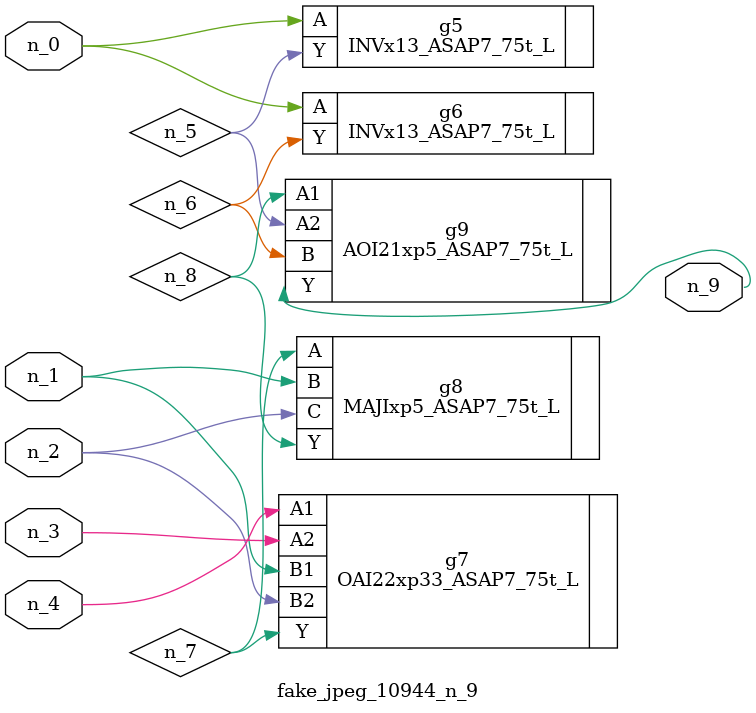
<source format=v>
module fake_jpeg_10944_n_9 (n_3, n_2, n_1, n_0, n_4, n_9);

input n_3;
input n_2;
input n_1;
input n_0;
input n_4;

output n_9;

wire n_8;
wire n_6;
wire n_5;
wire n_7;

INVx13_ASAP7_75t_L g5 ( 
.A(n_0),
.Y(n_5)
);

INVx13_ASAP7_75t_L g6 ( 
.A(n_0),
.Y(n_6)
);

OAI22xp33_ASAP7_75t_L g7 ( 
.A1(n_4),
.A2(n_3),
.B1(n_1),
.B2(n_2),
.Y(n_7)
);

MAJIxp5_ASAP7_75t_L g8 ( 
.A(n_7),
.B(n_1),
.C(n_2),
.Y(n_8)
);

AOI21xp5_ASAP7_75t_L g9 ( 
.A1(n_8),
.A2(n_5),
.B(n_6),
.Y(n_9)
);


endmodule
</source>
